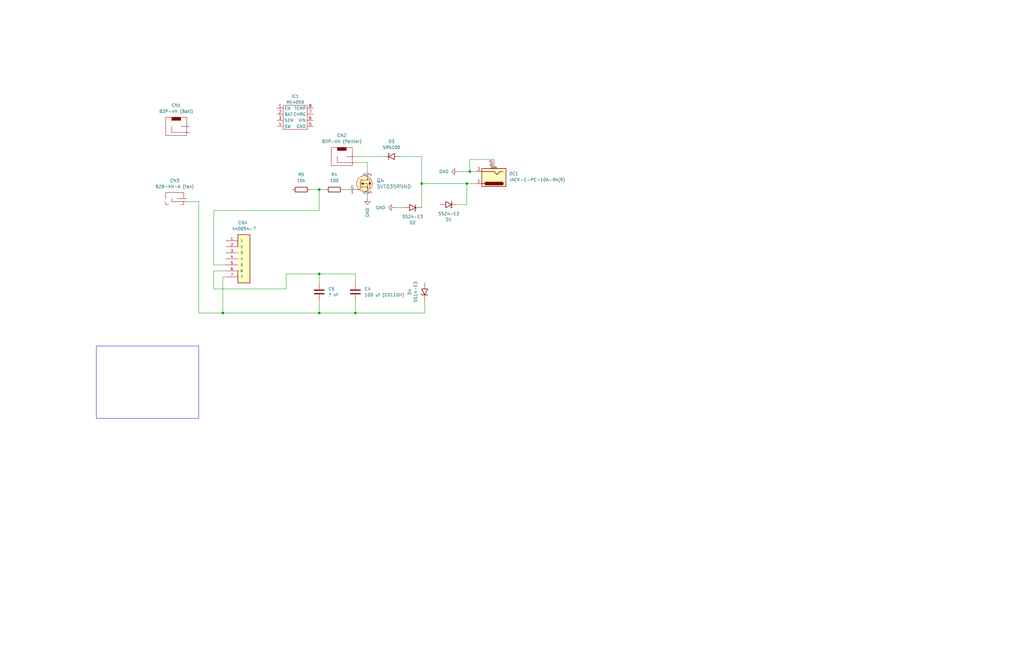
<source format=kicad_sch>
(kicad_sch (version 20230121) (generator eeschema)
  (paper "B")
  (title_block (title "Med Cooler Power Control") (date "2023-12-23") (rev "A.1.1") (company "Yuh Engineering"))
  (lib_symbols
    (symbol "440054-7:440054-7" (pin_names (offset 1.016))
      (property "Reference" "CN4" (at 6.35 1.27 0))
      (property "Value" "440054-7" (at 6.35 -1.27 0))
      (symbol "440054-7_0_0"
        (pin passive line (at -10.16 7.62 0) (length 5.08) (name "1") (number "1"))
        (pin passive line (at -10.16 5.08 0) (length 5.08) (name "2") (number "2"))
        (pin passive line (at -10.16 2.54 0) (length 5.08) (name "3") (number "3"))
        (pin passive line (at -10.16 0 0) (length 5.08) (name "4") (number "4"))
        (pin passive line (at -10.16 -2.54 0) (length 5.08) (name "5") (number "5"))
        (pin passive line (at -10.16 -5.08 0) (length 5.08) (name "6") (number "6"))
        (pin passive line (at -10.16 -7.62 0) (length 5.08) (name "7") (number "7"))
      )
      (symbol "440054-7_1_1"
        (rectangle (start -5.08 10.16) (end 0 -10.16) (stroke (width -0.0001)) (fill (type background)))
        (polyline (pts (xy -5.08 10.16) (xy -5.08 5.08)) (stroke (width 0.25)))
        (polyline (pts (xy -5.08 -5.08) (xy -5.08 -10.16) (xy 0 -10.16) (xy 0 10.16) (xy -5.08 10.16)) (stroke (width 0.25)))
      )
    )
    (symbol "Connector:B2B-XH-A"
      (property "Reference" "CN" (at 0 0 0))
      (symbol "B2B-XH-A_1_1"
        (polyline (pts (xy -1.27 5.08) (xy -1.27 5.08)))
        (polyline (pts (xy 3.81 3.81) (xy 2.54 3.81)))
        (polyline (pts (xy -2.54 2.54) (xy -2.54 1.27) (xy -1.27 1.27)))
        (polyline (pts (xy 0 3.81) (xy 0 2.54) (xy 3.81 2.54)))
        (polyline (pts (xy 5.08 2.54) (xy 5.08 1.27) (xy 3.81 1.27)))
        (polyline (pts (xy -2.54 3.81) (xy -2.54 6.35) (xy 5.08 6.35) (xy 5.08 3.81)))
        (pin unspecified line (at 6.35 2.54 180) (length 2.54) (name "") (number ""))
        (pin unspecified line (at 6.35 3.81 180) (length 2.54) (name "") (number ""))
      )
    )
    (symbol "Connector:B2P-VH"
      (property "Reference" "CN" (at -5.08 -7.62 0))
      (symbol "B2P-VH_0_1"
        (rectangle (start -6.35 2.54) (end 2.54 -5.08))
        (rectangle (start 0 1.27) (end 0 1.27))
      )
      (symbol "B2P-VH_1_1"
        (rectangle (start -3.81 2.54) (end 0 1.27) (fill (type outline)))
        (polyline (pts (xy -3.81 -1.27) (xy -3.81 -1.27)))
        (polyline (pts (xy 1.27 -1.27) (xy 0 -1.27)))
        (polyline (pts (xy -3.81 -1.27) (xy -3.81 -3.81) (xy 1.27 -3.81)))
        (pin unspecified line (at 3.81 -3.81 180) (length 2.54) (name "") (number ""))
        (pin unspecified line (at 3.81 -1.27 180) (length 2.54) (name "") (number ""))
      )
    )
    (symbol "Connector:Barrel_Jack_MountingPin" (pin_names hide)
      (property "Reference" "J" (at 0 5.334 0))
      (property "Value" "Barrel_Jack_MountingPin" (at 1.27 -6.35 0))
      (symbol "Barrel_Jack_MountingPin_0_1"
        (rectangle (start -5.08 3.81) (end 5.08 -3.81) (stroke (width 0.254)) (fill (type background)))
        (arc (start -3.302 3.175) (mid -3.9343 2.54) (end -3.302 1.905) (stroke (width 0.254)))
        (arc (start -3.302 3.175) (mid -3.9343 2.54) (end -3.302 1.905) (stroke (width 0.254)) (fill (type outline)))
        (polyline (pts (xy 5.08 2.54) (xy 3.81 2.54)) (stroke (width 0.254)))
        (polyline (pts (xy -3.81 -2.54) (xy -2.54 -2.54) (xy -1.27 -1.27) (xy 0 -2.54) (xy 2.54 -2.54) (xy 5.08 -2.54)) (stroke (width 0.254)))
        (rectangle (start 3.683 3.175) (end -3.302 1.905) (stroke (width 0.254)) (fill (type outline)))
      )
      (symbol "Barrel_Jack_MountingPin_1_1"
        (polyline (pts (xy -1.016 -4.572) (xy 1.016 -4.572)) (stroke (width 0.1524)))
        (text "Mounting" (at 0 -4.191 0) (effects (font (size 0.381 0.381))))
        (pin passive line (at 7.62 2.54 180) (length 2.54) (name "~") (number "1"))
        (pin passive line (at 7.62 -2.54 180) (length 2.54) (name "~") (number "2"))
        (pin passive line (at 0 -7.62 90) (length 3.048) (name "MountPin") (number "MP"))
      )
    )
    (symbol "Device:C" (pin_numbers hide) (pin_names (offset 0.254))
      (property "Reference" "C" (at 0.635 2.54 0))
      (property "Value" "C" (at 0.635 -2.54 0))
      (symbol "C_0_1"
        (polyline (pts (xy -2.032 -0.762) (xy 2.032 -0.762)) (stroke (width 0.508)))
        (polyline (pts (xy -2.032 0.762) (xy 2.032 0.762)) (stroke (width 0.508)))
      )
      (symbol "C_1_1"
        (pin passive line (at 0 3.81 270) (length 2.794) (name "~") (number "1"))
        (pin passive line (at 0 -3.81 90) (length 2.794) (name "~") (number "2"))
      )
    )
    (symbol "Device:R" (pin_numbers hide) (pin_names (offset 0))
      (property "Reference" "R" (at 2.032 0 90))
      (property "Value" "R" (at 0 0 90))
      (symbol "R_0_1"
        (rectangle (start -1.016 -2.54) (end 1.016 2.54) (stroke (width 0.254)))
      )
      (symbol "R_1_1"
        (pin passive line (at 0 3.81 270) (length 1.27) (name "~") (number "1"))
        (pin passive line (at 0 -3.81 90) (length 1.27) (name "~") (number "2"))
      )
    )
    (symbol "Diode:1.5KExxA" (pin_numbers hide) (pin_names (offset 1.016) hide)
      (property "Reference" "D" (at 0 2.54 0))
      (property "Value" "1.5KExxA" (at 0 -2.54 0))
      (symbol "1.5KExxA_0_1"
        (polyline (pts (xy -0.762 1.27) (xy -1.27 1.27) (xy -1.27 -1.27)) (stroke (width 0.254)))
        (polyline (pts (xy 1.27 1.27) (xy 1.27 -1.27) (xy -1.27 0) (xy 1.27 1.27)) (stroke (width 0.254)))
      )
      (symbol "1.5KExxA_1_1"
        (pin passive line (at -3.81 0 0) (length 2.54) (name "A1") (number "1"))
        (pin passive line (at 3.81 0 180) (length 2.54) (name "A2") (number "2"))
      )
    )
    (symbol "Meds_Cooler:ME4059A"
      (property "Reference" "IC" (at 0 -3.81 0))
      (symbol "ME4059A_0_1"
        (rectangle (start -3.81 7.62) (end 6.35 -2.54))
      )
      (symbol "ME4059A_1_1"
        (pin unspecified line (at -6.35 6.35 0) (length 2.54) (name "EN") (number "1"))
        (pin unspecified line (at -6.35 3.81 0) (length 2.54) (name "BAT") (number "2"))
        (pin unspecified line (at -6.35 1.27 0) (length 2.54) (name "SEN") (number "3"))
        (pin unspecified line (at -6.35 -1.27 0) (length 2.54) (name "SW") (number "4"))
        (pin unspecified line (at 8.89 -1.27 180) (length 2.54) (name "GND") (number "5"))
        (pin unspecified line (at 8.89 1.27 180) (length 2.54) (name "VIN") (number "6"))
        (pin unspecified line (at 8.89 3.81 180) (length 2.54) (name "CHRG") (number "7"))
        (pin unspecified line (at 8.89 6.35 180) (length 2.54) (name "TEMP") (number "8"))
      )
    )
    (symbol "dk_Transistors-FETs-MOSFETs-Single:2N7000" (pin_names (offset 0))
      (property "Reference" "Q4" (at 3.81 1.27 0))
      (property "Value" "SVT035R5ND" (at 3.81 -1.27 0))
      (symbol "2N7000_0_1"
        (circle (center -1.27 0) (radius 3.302) (fill (type background)))
        (circle (center 0 -1.905) (radius 0.127))
        (circle (center 0 -1.397) (radius 0.127))
        (polyline (pts (xy 0 -1.397) (xy -2.54 -1.397)))
        (polyline (pts (xy -5.08 -2.54) (xy -3.048 -2.54) (xy -3.048 1.397)))
        (polyline (pts (xy 0 -2.54) (xy 0 0) (xy -2.54 0)))
        (polyline (pts (xy 0 2.54) (xy 0 1.397) (xy -2.54 1.397)))
        (polyline (pts (xy -0.127 -1.905) (xy 1.016 -1.905) (xy 1.016 1.397) (xy 1.016 1.905) (xy -0.127 1.905)))
        (circle (center 0 1.905) (radius 0.127))
      )
      (symbol "2N7000_1_1"
        (polyline (pts (xy -2.54 -1.397) (xy -2.54 -1.905)))
        (polyline (pts (xy -2.54 -1.397) (xy -2.54 -0.889)))
        (polyline (pts (xy -2.54 0) (xy -2.54 -0.508)))
        (polyline (pts (xy -2.54 0) (xy -2.54 0.508)))
        (polyline (pts (xy -2.54 1.905) (xy -2.54 0.889)))
        (polyline (pts (xy 1.524 0.508) (xy 0.508 0.508)))
        (polyline (pts (xy -2.54 0) (xy -1.778 0.508) (xy -1.778 -0.508) (xy -2.54 0)) (fill (type outline)))
        (polyline (pts (xy 1.016 0.508) (xy 0.508 -0.254) (xy 1.524 -0.254) (xy 1.016 0.508)) (fill (type outline)))
        (pin bidirectional line (at -7.62 -2.54 0) (length 2.54) (name "G") (number "1"))
        (pin bidirectional line (at 0 5.08 270) (length 2.54) (name "D") (number "2"))
        (pin bidirectional line (at 0 -5.08 90) (length 2.54) (name "S") (number "3"))
      )
    )
    (symbol "power:GND" (power) (pin_names (offset 0))
      (property "Value" "GND" (at 0 -3.81 0))
      (symbol "GND_0_1"
        (polyline (pts (xy 0 0) (xy 0 -1.27) (xy 1.27 -1.27) (xy 0 -2.54) (xy -1.27 -1.27) (xy 0 -1.27)))
      )
      (symbol "GND_1_1"
        (pin power_in line (at 0 0 270) (length 0) hide (name "GND") (number "1"))
      )
    )
  )
  (junction (at 93.98 132.08))
  (junction (at 177.8 77.47))
  (junction (at 134.62 132.08))
  (junction (at 149.86 132.08))
  (junction (at 198.12 72.39))
  (junction (at 196.85 77.47))
  (junction (at 134.62 80.01))
  (junction (at 134.62 115.57))
  (wire (pts (xy 95.25 111.76) (xy 90.17 111.76)))
  (wire (pts (xy 83.82 132.08) (xy 93.98 132.08)))
  (wire (pts (xy 134.62 115.57) (xy 134.62 119.38)))
  (wire (pts (xy 90.17 114.3) (xy 90.17 121.92)))
  (wire (pts (xy 193.04 86.36) (xy 196.85 86.36)))
  (wire (pts (xy 177.8 66.04) (xy 177.8 77.47)))
  (wire (pts (xy 179.07 127) (xy 179.07 132.08)))
  (wire (pts (xy 83.82 85.09) (xy 83.82 132.08)))
  (wire (pts (xy 144.78 80.01) (xy 147.32 80.01)))
  (wire (pts (xy 208.28 67.31) (xy 198.12 67.31)))
  (wire (pts (xy 93.98 116.84) (xy 95.25 116.84)))
  (wire (pts (xy 193.04 72.39) (xy 198.12 72.39)))
  (wire (pts (xy 154.94 72.39) (xy 154.94 68.58)))
  (wire (pts (xy 149.86 132.08) (xy 134.62 132.08)))
  (wire (pts (xy 149.86 119.38) (xy 149.86 115.57)))
  (wire (pts (xy 196.85 86.36) (xy 196.85 77.47)))
  (wire (pts (xy 179.07 132.08) (xy 149.86 132.08)))
  (wire (pts (xy 149.86 127) (xy 149.86 132.08)))
  (wire (pts (xy 161.29 66.04) (xy 149.86 66.04)))
  (wire (pts (xy 166.37 87.63) (xy 170.18 87.63)))
  (wire (pts (xy 196.85 77.47) (xy 200.66 77.47)))
  (wire (pts (xy 134.62 127) (xy 134.62 132.08)))
  (wire (pts (xy 134.62 132.08) (xy 93.98 132.08)))
  (wire (pts (xy 134.62 80.01) (xy 137.16 80.01)))
  (wire (pts (xy 198.12 72.39) (xy 200.66 72.39)))
  (wire (pts (xy 177.8 66.04) (xy 168.91 66.04)))
  (wire (pts (xy 90.17 111.76) (xy 90.17 88.9)))
  (wire (pts (xy 134.62 115.57) (xy 149.86 115.57)))
  (wire (pts (xy 93.98 132.08) (xy 93.98 116.84)))
  (wire (pts (xy 78.74 85.09) (xy 83.82 85.09)))
  (wire (pts (xy 120.65 121.92) (xy 120.65 115.57)))
  (wire (pts (xy 134.62 88.9) (xy 134.62 80.01)))
  (wire (pts (xy 130.81 80.01) (xy 134.62 80.01)))
  (wire (pts (xy 177.8 87.63) (xy 177.8 77.47)))
  (wire (pts (xy 154.94 68.58) (xy 149.86 68.58)))
  (wire (pts (xy 198.12 67.31) (xy 198.12 72.39)))
  (wire (pts (xy 154.94 82.55) (xy 154.94 83.82)))
  (wire (pts (xy 90.17 88.9) (xy 134.62 88.9)))
  (wire (pts (xy 120.65 115.57) (xy 134.62 115.57)))
  (wire (pts (xy 177.8 77.47) (xy 196.85 77.47)))
  (wire (pts (xy 90.17 121.92) (xy 120.65 121.92)))
  (wire (pts (xy 95.25 114.3) (xy 90.17 114.3)))
  (rectangle (start 40.64 146.05) (end 83.82 176.53))
  (symbol (lib_id "Diode:1.5KExxA") (at 179.07 123.19 90) (unit 1)
    (property "Reference" "D4" (at 172.72 123.19 0))
    (property "Value" "SS14-E3" (at 175.26 123.19 0))
    (property "Footprint" "Diode_THT:D_DO-201AE_P15.24mm_Horizontal" (effects hide))
    (property "Datasheet" "https://www.vishay.com/docs/88301/15ke.pdf" (effects hide))
  )
  (symbol (lib_id "Diode:1.5KExxA") (at 189.23 86.36 180) (unit 1)
    (property "Reference" "D1" (at 189.23 92.71 0))
    (property "Value" "SS24-E3" (at 189.23 90.17 0))
    (property "Footprint" "Diode_THT:D_DO-201AE_P15.24mm_Horizontal" (effects hide))
    (property "Datasheet" "https://www.vishay.com/docs/88301/15ke.pdf" (effects hide))
  )
  (symbol (lib_id "Connector:Barrel_Jack_MountingPin") (at 208.28 74.93 180) (unit 1)
    (property "Reference" "DC1" (at 214.63 73.3044 0) (effects (justify right)))
    (property "Value" "JACK-C-PC-10A-RA(R)" (at 214.63 75.8444 0) (effects (justify right)))
  )
  (symbol (lib_id "dk_Transistors-FETs-MOSFETs-Single:2N7000") (at 154.94 77.47 0) (unit 1)
    (property "Reference" "Q4" (at 158.75 76.2 0) (effects (font (size 1.524 1.524)) (justify left)))
    (property "Value" "SVT035R5ND" (at 158.75 78.74 0) (effects (font (size 1.524 1.524)) (justify left)))
  )
  (symbol (lib_id "power:GND") (at 193.04 72.39 270) (unit 1)
    (property "Reference" "#PWR01" (effects hide))
    (property "Value" "GND" (at 189.23 72.39 90) (effects (justify right)))
  )
  (symbol (lib_id "Device:C") (at 134.62 123.19 0) (unit 1)
    (property "Reference" "C5" (at 138.43 121.92 0) (effects (justify left)))
    (property "Value" "? nF" (at 138.43 124.46 0) (effects (justify left)))
  )
  (symbol (lib_id "Diode:1.5KExxA") (at 165.1 66.04 0) (unit 1)
    (property "Reference" "D3" (at 165.1 59.69 0))
    (property "Value" "SR5100" (at 165.1 62.23 0))
    (property "Footprint" "Diode_THT:D_DO-201AE_P15.24mm_Horizontal" (effects hide))
    (property "Datasheet" "https://www.vishay.com/docs/88301/15ke.pdf" (effects hide))
  )
  (symbol (lib_id "Connector:B2P-VH") (at 146.05 64.77 0) (unit 1)
    (property "Reference" "CN2" (at 144.145 57.15 0))
    (property "Value" "B2P-VH (Peltier)" (at 144.145 59.69 0))
  )
  (symbol (lib_id "440054-7:440054-7") (at 105.41 109.22 0) (unit 1)
    (property "Reference" "CN4" (at 100.33 93.98 0) (effects (justify left)))
    (property "Value" "440054-7" (at 97.79 96.52 0) (effects (justify left)))
    (property "Footprint" "440054-7:TE_440054-7" (effects hide))
    (property "Comment" "440054-7" (effects hide))
    (property "MF" "TE Connectivity / AMP" (effects hide))
    (property "Description" "\nConn Shrouded Header HDR 7 POS 2mm Solder ST Thru-Hole Bag\n" (effects hide))
    (property "Package" "None" (effects hide))
    (property "Price" "None" (effects hide))
    (property "Check_prices" "https://www.snapeda.com/parts/440054-7/TE+Connectivity+%252F+AMP/view-part/?ref=eda" (effects hide))
    (property "STANDARD" "Manufacturer Recommendations" (effects hide))
    (property "PARTREV" "R" (effects hide))
    (property "SnapEDA_Link" "https://www.snapeda.com/parts/440054-7/TE+Connectivity+%252F+AMP/view-part/?ref=snap" (effects hide))
    (property "MP" "440054-7" (effects hide))
    (property "Purchase-URL" "https://www.snapeda.com/api/url_track_click_mouser/?unipart_id=2374835&manufacturer=TE Connectivity / AMP&part_name=440054-7&search_term=440054-7" (effects hide))
    (property "EU_RoHS_Compliance" "Compliant" (effects hide))
    (property "Availability" "In Stock" (effects hide))
    (property "MANUFACTURER" "TE" (effects hide))
  )
  (symbol (lib_id "Diode:1.5KExxA") (at 173.99 87.63 180) (unit 1)
    (property "Reference" "D2" (at 173.99 93.98 0))
    (property "Value" "SS24-E3" (at 173.99 91.44 0))
    (property "Footprint" "Diode_THT:D_DO-201AE_P15.24mm_Horizontal" (effects hide))
    (property "Datasheet" "https://www.vishay.com/docs/88301/15ke.pdf" (effects hide))
  )
  (symbol (lib_id "Meds_Cooler:ME4059A") (at 123.19 52.07 0) (unit 1)
    (property "Reference" "IC1" (at 124.46 40.64 0))
    (property "Value" "ME4059" (at 124.46 43.18 0))
  )
  (symbol (lib_id "Connector:B2P-VH") (at 76.2 52.07 0) (unit 1)
    (property "Reference" "CN1" (at 74.295 44.45 0))
    (property "Value" "B2P-VH (Batt)" (at 74.295 46.99 0))
  )
  (symbol (lib_id "Device:R") (at 127 80.01 90) (unit 1)
    (property "Reference" "R5" (at 127 73.66 90))
    (property "Value" "10k" (at 127 76.2 90))
  )
  (symbol (lib_id "Device:C") (at 149.86 123.19 0) (unit 1)
    (property "Reference" "C4" (at 153.67 121.92 0) (effects (justify left)))
    (property "Value" "100 uf (CD11GH)" (at 153.67 124.46 0) (effects (justify left)))
  )
  (symbol (lib_id "power:GND") (at 154.94 83.82 0) (unit 1)
    (property "Reference" "#PWR03" (effects hide))
    (property "Value" "GND" (at 154.94 87.63 90) (effects (justify right)))
  )
  (symbol (lib_id "Device:R") (at 140.97 80.01 90) (unit 1)
    (property "Reference" "R4" (at 140.97 73.66 90))
    (property "Value" "100" (at 140.97 76.2 90))
  )
  (symbol (lib_id "Connector:B2B-XH-A") (at 72.39 87.63 0) (unit 1)
    (property "Reference" "CN3" (at 73.66 76.2 0))
    (property "Value" "B2B-XH-A (fan)" (at 73.66 78.74 0))
  )
  (symbol (lib_id "power:GND") (at 166.37 87.63 270) (unit 1)
    (property "Reference" "#PWR02" (effects hide))
    (property "Value" "GND" (at 162.56 87.63 90) (effects (justify right)))
  )
)
</source>
